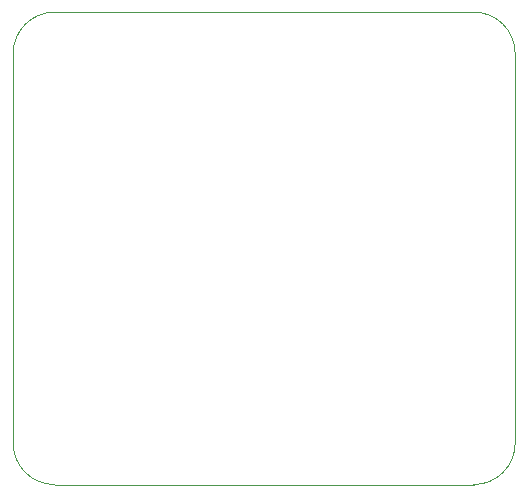
<source format=gbr>
%TF.GenerationSoftware,KiCad,Pcbnew,7.0.5*%
%TF.CreationDate,2023-06-10T20:52:47-07:00*%
%TF.ProjectId,st-breakout,73742d62-7265-4616-9b6f-75742e6b6963,rev?*%
%TF.SameCoordinates,Original*%
%TF.FileFunction,Profile,NP*%
%FSLAX46Y46*%
G04 Gerber Fmt 4.6, Leading zero omitted, Abs format (unit mm)*
G04 Created by KiCad (PCBNEW 7.0.5) date 2023-06-10 20:52:47*
%MOMM*%
%LPD*%
G01*
G04 APERTURE LIST*
%TA.AperFunction,Profile*%
%ADD10C,0.100000*%
%TD*%
G04 APERTURE END LIST*
D10*
X153250000Y-114500000D02*
G75*
G03*
X156750000Y-111000000I0J3500000D01*
G01*
X153250000Y-74500000D02*
X117750000Y-74500000D01*
X114250000Y-111000000D02*
X114250000Y-78000000D01*
X117750000Y-74500000D02*
G75*
G03*
X114250000Y-78000000I0J-3500000D01*
G01*
X114250000Y-111000000D02*
G75*
G03*
X117750000Y-114500000I3500000J0D01*
G01*
X156750000Y-78000000D02*
G75*
G03*
X153250000Y-74500000I-3500000J0D01*
G01*
X156750000Y-111000000D02*
X156750000Y-78000000D01*
X153250000Y-114500000D02*
X117750000Y-114500000D01*
M02*

</source>
